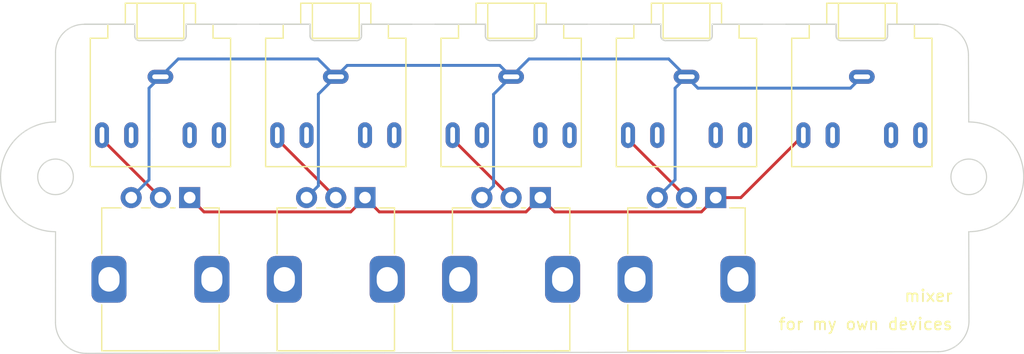
<source format=kicad_pcb>
(kicad_pcb (version 20221018) (generator pcbnew)
  (layers (0 "F.Cu" signal) (31 "B.Cu" signal) (34 "B.Paste" user) (35 "F.Paste" user) (36 "B.SilkS" user "B.Silkscreen") (37 "F.SilkS" user "F.Silkscreen") (38 "B.Mask" user) (39 "F.Mask" user) (44 "Edge.Cuts" user))
  (net 0 "")
  (net 1 "output")
  (net 2 "in_1.in-t")
  (net 3 "ground")
  (net 4 "in_2.in-t")
  (net 5 "in_3.in-t")
  (net 6 "in_4.in-t")
  (net 7 "in_1.in-r")
  (net 8 "in_2.in-r")
  (net 9 "in_3.in-r")
  (net 10 "in_4.in-r")
  (net 11 "out-r")
  (footprint "Connector_Audio:Jack_3.5mm_CUI_SJ1-3525N_Horizontal" (layer "F.Cu") (at 113.366 94.06 180)
    (fp_text reference "U1" hide)
    (fp_text value "")
    (fp_line (start -6 -7.7) (end 6 -7.7) (stroke (width 0.12)) (layer "F.SilkS"))
    (fp_line (start -6 3.3) (end -6 -7.7) (stroke (width 0.12)) (layer "F.SilkS"))
    (fp_line (start -4.5 3.3) (end -6 3.3) (stroke (width 0.12)) (layer "F.SilkS"))
    (fp_line (start -4.5 4.5) (end -4.5 3.3) (stroke (width 0.12)) (layer "F.SilkS"))
    (fp_line (start -3 4.5) (end -4.5 4.5) (stroke (width 0.12)) (layer "F.SilkS"))
    (fp_line (start -3 6.3) (end -3 4.5) (stroke (width 0.12)) (layer "F.SilkS"))
    (fp_line (start -2 3.3) (end -2 6.3) (stroke (width 0.12)) (layer "F.SilkS"))
    (fp_line (start 2 3.3) (end -2 3.3) (stroke (width 0.12)) (layer "F.SilkS"))
    (fp_line (start 2 6.3) (end 2 3.3) (stroke (width 0.12)) (layer "F.SilkS"))
    (fp_line (start 3 4.5) (end 3 6.3) (stroke (width 0.12)) (layer "F.SilkS"))
    (fp_line (start 3 6.3) (end -3 6.3) (stroke (width 0.12)) (layer "F.SilkS"))
    (fp_line (start 4.5 3.3) (end 4.5 4.5) (stroke (width 0.12)) (layer "F.SilkS"))
    (fp_line (start 4.5 4.5) (end 3 4.5) (stroke (width 0.12)) (layer "F.SilkS"))
    (fp_line (start 6 -7.7) (end 6 3.3) (stroke (width 0.12)) (layer "F.SilkS"))
    (fp_line (start 6 3.3) (end 4.5 3.3) (stroke (width 0.12)) (layer "F.SilkS"))
    (fp_line (start -2.2 3.5) (end -2.2 4.5) (stroke (width 0.12)) (layer "Edge.Cuts"))
    (fp_line (start -2.2 4.5) (end -6.5 4.5) (stroke (width 0.12)) (layer "Edge.Cuts"))
    (fp_line (start 1.8 3.1) (end -1.8 3.1) (stroke (width 0.12)) (layer "Edge.Cuts"))
    (fp_line (start 2.2 3.5) (end 2.2 4.5) (stroke (width 0.12)) (layer "Edge.Cuts"))
    (fp_line (start 2.2 4.5) (end 6.5 4.5) (stroke (width 0.12)) (layer "Edge.Cuts"))
    (fp_arc (start -2.2 3.5) (mid -2.082842 3.217158) (end -1.8 3.1) (stroke (width 0.12)) (layer "Edge.Cuts"))
    (fp_arc (start 1.8 3.1) (mid 2.082843 3.217157) (end 2.2 3.5) (stroke (width 0.12)) (layer "Edge.Cuts"))
    (pad "" np_thru_hole circle (at -5 0 180) (size 1.2 1.2) (drill 1.2) (layers "*.Cu"))
    (pad "" np_thru_hole circle (at -5 2.5 180) (size 1.2 1.2) (drill 1.2) (layers "*.Cu"))
    (pad "" np_thru_hole circle (at 0 -5 180) (size 1.2 1.2) (drill 1.2) (layers "*.Cu"))
    (pad "" np_thru_hole circle (at 5 0 180) (size 1.2 1.2) (drill 1.2) (layers "*.Cu"))
    (pad "" np_thru_hole circle (at 5 2.5 180) (size 1.2 1.2) (drill 1.2) (layers "*.Cu"))
    (pad "R" thru_hole oval (at -5 -5 180) (size 1.2 2.2) (drill oval 0.4 1.4) (layers "*.Cu" "*.Mask") (net 7 "in_1.in-r"))
    (pad "RN" thru_hole oval (at -2.5 -5 180) (size 1.2 2.2) (drill oval 0.4 1.4) (layers "*.Cu" "*.Mask"))
    (pad "S" thru_hole oval (at 0 0 180) (size 2.2 1.2) (drill oval 1.4 0.4) (layers "*.Cu" "*.Mask") (net 3 "ground"))
    (pad "T" thru_hole oval (at 5 -5) (size 1.2 2.2) (drill oval 0.4 1.4) (layers "*.Cu" "*.Mask") (net 2 "in_1.in-t"))
    (pad "TN" thru_hole oval (at 2.5 -5) (size 1.2 2.2) (drill oval 0.4 1.4) (layers "*.Cu" "*.Mask"))
  )
  (footprint "Potentiometer_THT:Potentiometer_Alps_RK09K_Single_Vertical" (layer "F.Cu") (at 115.866 104.409 -90)
    (fp_text reference "U2" hide)
    (fp_text value "")
    (fp_line (start 0.88 -2.521) (end 0.88 -1.2) (stroke (width 0.12)) (layer "F.SilkS"))
    (fp_line (start 0.88 -2.521) (end 4.817 -2.521) (stroke (width 0.12)) (layer "F.SilkS"))
    (fp_line (start 0.88 1.25) (end 0.88 1.63) (stroke (width 0.12)) (layer "F.SilkS"))
    (fp_line (start 0.88 3.371) (end 0.88 4.13) (stroke (width 0.12)) (layer "F.SilkS"))
    (fp_line (start 0.88 5.87) (end 0.88 7.52) (stroke (width 0.12)) (layer "F.SilkS"))
    (fp_line (start 0.88 7.52) (end 4.817 7.52) (stroke (width 0.12)) (layer "F.SilkS"))
    (fp_line (start 9.184 -2.521) (end 13.12 -2.521) (stroke (width 0.12)) (layer "F.SilkS"))
    (fp_line (start 9.184 7.52) (end 13.12 7.52) (stroke (width 0.12)) (layer "F.SilkS"))
    (fp_line (start 13.12 -2.521) (end 13.12 7.52) (stroke (width 0.12)) (layer "F.SilkS"))
    (pad "1" thru_hole rect (at 0 0 270) (size 1.8 1.8) (drill 1) (layers "*.Cu" "*.Mask") (net 1 "output"))
    (pad "2" thru_hole circle (at 0 2.5 270) (size 1.8 1.8) (drill 1) (layers "*.Cu" "*.Mask") (net 2 "in_1.in-t"))
    (pad "3" thru_hole circle (at 0 5 270) (size 1.8 1.8) (drill 1) (layers "*.Cu" "*.Mask") (net 3 "ground"))
    (pad "MP" thru_hole roundrect (at 7 -1.9 270) (size 4 3) (drill oval 2.1 1.8) (layers "*.Cu" "*.Mask"))
    (pad "MP" thru_hole roundrect (at 7 6.9 270) (size 4 3) (drill oval 2.1 1.8) (layers "*.Cu" "*.Mask"))
  )
  (footprint "Potentiometer_THT:Potentiometer_Alps_RK09K_Single_Vertical" (layer "F.Cu") (at 160.85775 104.409 -90)
    (fp_text reference "U8" hide)
    (fp_text value "")
    (fp_line (start 0.88 -2.521) (end 0.88 -1.2) (stroke (width 0.12)) (layer "F.SilkS"))
    (fp_line (start 0.88 -2.521) (end 4.817 -2.521) (stroke (width 0.12)) (layer "F.SilkS"))
    (fp_line (start 0.88 1.25) (end 0.88 1.63) (stroke (width 0.12)) (layer "F.SilkS"))
    (fp_line (start 0.88 3.371) (end 0.88 4.13) (stroke (width 0.12)) (layer "F.SilkS"))
    (fp_line (start 0.88 5.87) (end 0.88 7.52) (stroke (width 0.12)) (layer "F.SilkS"))
    (fp_line (start 0.88 7.52) (end 4.817 7.52) (stroke (width 0.12)) (layer "F.SilkS"))
    (fp_line (start 9.184 -2.521) (end 13.12 -2.521) (stroke (width 0.12)) (layer "F.SilkS"))
    (fp_line (start 9.184 7.52) (end 13.12 7.52) (stroke (width 0.12)) (layer "F.SilkS"))
    (fp_line (start 13.12 -2.521) (end 13.12 7.52) (stroke (width 0.12)) (layer "F.SilkS"))
    (pad "1" thru_hole rect (at 0 0 270) (size 1.8 1.8) (drill 1) (layers "*.Cu" "*.Mask") (net 1 "output"))
    (pad "2" thru_hole circle (at 0 2.5 270) (size 1.8 1.8) (drill 1) (layers "*.Cu" "*.Mask") (net 6 "in_4.in-t"))
    (pad "3" thru_hole circle (at 0 5 270) (size 1.8 1.8) (drill 1) (layers "*.Cu" "*.Mask") (net 3 "ground"))
    (pad "MP" thru_hole roundrect (at 7 -1.9 270) (size 4 3) (drill oval 2.1 1.8) (layers "*.Cu" "*.Mask"))
    (pad "MP" thru_hole roundrect (at 7 6.9 270) (size 4 3) (drill oval 2.1 1.8) (layers "*.Cu" "*.Mask"))
  )
  (footprint "Connector_Audio:Jack_3.5mm_CUI_SJ1-3525N_Horizontal" (layer "F.Cu") (at 173.355 94.06 180)
    (fp_text reference "U9" hide)
    (fp_text value "")
    (fp_line (start -6 -7.7) (end 6 -7.7) (stroke (width 0.12)) (layer "F.SilkS"))
    (fp_line (start -6 3.3) (end -6 -7.7) (stroke (width 0.12)) (layer "F.SilkS"))
    (fp_line (start -4.5 3.3) (end -6 3.3) (stroke (width 0.12)) (layer "F.SilkS"))
    (fp_line (start -4.5 4.5) (end -4.5 3.3) (stroke (width 0.12)) (layer "F.SilkS"))
    (fp_line (start -3 4.5) (end -4.5 4.5) (stroke (width 0.12)) (layer "F.SilkS"))
    (fp_line (start -3 6.3) (end -3 4.5) (stroke (width 0.12)) (layer "F.SilkS"))
    (fp_line (start -2 3.3) (end -2 6.3) (stroke (width 0.12)) (layer "F.SilkS"))
    (fp_line (start 2 3.3) (end -2 3.3) (stroke (width 0.12)) (layer "F.SilkS"))
    (fp_line (start 2 6.3) (end 2 3.3) (stroke (width 0.12)) (layer "F.SilkS"))
    (fp_line (start 3 4.5) (end 3 6.3) (stroke (width 0.12)) (layer "F.SilkS"))
    (fp_line (start 3 6.3) (end -3 6.3) (stroke (width 0.12)) (layer "F.SilkS"))
    (fp_line (start 4.5 3.3) (end 4.5 4.5) (stroke (width 0.12)) (layer "F.SilkS"))
    (fp_line (start 4.5 4.5) (end 3 4.5) (stroke (width 0.12)) (layer "F.SilkS"))
    (fp_line (start 6 -7.7) (end 6 3.3) (stroke (width 0.12)) (layer "F.SilkS"))
    (fp_line (start 6 3.3) (end 4.5 3.3) (stroke (width 0.12)) (layer "F.SilkS"))
    (fp_line (start -2.2 3.5) (end -2.2 4.5) (stroke (width 0.12)) (layer "Edge.Cuts"))
    (fp_line (start -2.2 4.5) (end -6.5 4.5) (stroke (width 0.12)) (layer "Edge.Cuts"))
    (fp_line (start 1.8 3.1) (end -1.8 3.1) (stroke (width 0.12)) (layer "Edge.Cuts"))
    (fp_line (start 2.2 3.5) (end 2.2 4.5) (stroke (width 0.12)) (layer "Edge.Cuts"))
    (fp_line (start 2.2 4.5) (end 6.5 4.5) (stroke (width 0.12)) (layer "Edge.Cuts"))
    (fp_arc (start -2.2 3.5) (mid -2.082842 3.217158) (end -1.8 3.1) (stroke (width 0.12)) (layer "Edge.Cuts"))
    (fp_arc (start 1.8 3.1) (mid 2.082843 3.217157) (end 2.2 3.5) (stroke (width 0.12)) (layer "Edge.Cuts"))
    (pad "" np_thru_hole circle (at -5 0 180) (size 1.2 1.2) (drill 1.2) (layers "*.Cu"))
    (pad "" np_thru_hole circle (at -5 2.5 180) (size 1.2 1.2) (drill 1.2) (layers "*.Cu"))
    (pad "" np_thru_hole circle (at 0 -5 180) (size 1.2 1.2) (drill 1.2) (layers "*.Cu"))
    (pad "" np_thru_hole circle (at 5 0 180) (size 1.2 1.2) (drill 1.2) (layers "*.Cu"))
    (pad "" np_thru_hole circle (at 5 2.5 180) (size 1.2 1.2) (drill 1.2) (layers "*.Cu"))
    (pad "R" thru_hole oval (at -5 -5 180) (size 1.2 2.2) (drill oval 0.4 1.4) (layers "*.Cu" "*.Mask") (net 11 "out-r"))
    (pad "RN" thru_hole oval (at -2.5 -5 180) (size 1.2 2.2) (drill oval 0.4 1.4) (layers "*.Cu" "*.Mask"))
    (pad "S" thru_hole oval (at 0 0 180) (size 2.2 1.2) (drill oval 1.4 0.4) (layers "*.Cu" "*.Mask") (net 3 "ground"))
    (pad "T" thru_hole oval (at 5 -5) (size 1.2 2.2) (drill oval 0.4 1.4) (layers "*.Cu" "*.Mask") (net 1 "output"))
    (pad "TN" thru_hole oval (at 2.5 -5) (size 1.2 2.2) (drill oval 0.4 1.4) (layers "*.Cu" "*.Mask"))
  )
  (footprint "Connector_Audio:Jack_3.5mm_CUI_SJ1-3525N_Horizontal" (layer "F.Cu") (at 128.36325 94.06 180)
    (fp_text reference "U3" hide)
    (fp_text value "")
    (fp_line (start -6 -7.7) (end 6 -7.7) (stroke (width 0.12)) (layer "F.SilkS"))
    (fp_line (start -6 3.3) (end -6 -7.7) (stroke (width 0.12)) (layer "F.SilkS"))
    (fp_line (start -4.5 3.3) (end -6 3.3) (stroke (width 0.12)) (layer "F.SilkS"))
    (fp_line (start -4.5 4.5) (end -4.5 3.3) (stroke (width 0.12)) (layer "F.SilkS"))
    (fp_line (start -3 4.5) (end -4.5 4.5) (stroke (width 0.12)) (layer "F.SilkS"))
    (fp_line (start -3 6.3) (end -3 4.5) (stroke (width 0.12)) (layer "F.SilkS"))
    (fp_line (start -2 3.3) (end -2 6.3) (stroke (width 0.12)) (layer "F.SilkS"))
    (fp_line (start 2 3.3) (end -2 3.3) (stroke (width 0.12)) (layer "F.SilkS"))
    (fp_line (start 2 6.3) (end 2 3.3) (stroke (width 0.12)) (layer "F.SilkS"))
    (fp_line (start 3 4.5) (end 3 6.3) (stroke (width 0.12)) (layer "F.SilkS"))
    (fp_line (start 3 6.3) (end -3 6.3) (stroke (width 0.12)) (layer "F.SilkS"))
    (fp_line (start 4.5 3.3) (end 4.5 4.5) (stroke (width 0.12)) (layer "F.SilkS"))
    (fp_line (start 4.5 4.5) (end 3 4.5) (stroke (width 0.12)) (layer "F.SilkS"))
    (fp_line (start 6 -7.7) (end 6 3.3) (stroke (width 0.12)) (layer "F.SilkS"))
    (fp_line (start 6 3.3) (end 4.5 3.3) (stroke (width 0.12)) (layer "F.SilkS"))
    (fp_line (start -2.2 3.5) (end -2.2 4.5) (stroke (width 0.12)) (layer "Edge.Cuts"))
    (fp_line (start -2.2 4.5) (end -6.5 4.5) (stroke (width 0.12)) (layer "Edge.Cuts"))
    (fp_line (start 1.8 3.1) (end -1.8 3.1) (stroke (width 0.12)) (layer "Edge.Cuts"))
    (fp_line (start 2.2 3.5) (end 2.2 4.5) (stroke (width 0.12)) (layer "Edge.Cuts"))
    (fp_line (start 2.2 4.5) (end 6.5 4.5) (stroke (width 0.12)) (layer "Edge.Cuts"))
    (fp_arc (start -2.2 3.5) (mid -2.082842 3.217158) (end -1.8 3.1) (stroke (width 0.12)) (layer "Edge.Cuts"))
    (fp_arc (start 1.8 3.1) (mid 2.082843 3.217157) (end 2.2 3.5) (stroke (width 0.12)) (layer "Edge.Cuts"))
    (pad "" np_thru_hole circle (at -5 0 180) (size 1.2 1.2) (drill 1.2) (layers "*.Cu"))
    (pad "" np_thru_hole circle (at -5 2.5 180) (size 1.2 1.2) (drill 1.2) (layers "*.Cu"))
    (pad "" np_thru_hole circle (at 0 -5 180) (size 1.2 1.2) (drill 1.2) (layers "*.Cu"))
    (pad "" np_thru_hole circle (at 5 0 180) (size 1.2 1.2) (drill 1.2) (layers "*.Cu"))
    (pad "" np_thru_hole circle (at 5 2.5 180) (size 1.2 1.2) (drill 1.2) (layers "*.Cu"))
    (pad "R" thru_hole oval (at -5 -5 180) (size 1.2 2.2) (drill oval 0.4 1.4) (layers "*.Cu" "*.Mask") (net 8 "in_2.in-r"))
    (pad "RN" thru_hole oval (at -2.5 -5 180) (size 1.2 2.2) (drill oval 0.4 1.4) (layers "*.Cu" "*.Mask"))
    (pad "S" thru_hole oval (at 0 0 180) (size 2.2 1.2) (drill oval 1.4 0.4) (layers "*.Cu" "*.Mask") (net 3 "ground"))
    (pad "T" thru_hole oval (at 5 -5) (size 1.2 2.2) (drill oval 0.4 1.4) (layers "*.Cu" "*.Mask") (net 4 "in_2.in-t"))
    (pad "TN" thru_hole oval (at 2.5 -5) (size 1.2 2.2) (drill oval 0.4 1.4) (layers "*.Cu" "*.Mask"))
  )
  (footprint "Connector_Audio:Jack_3.5mm_CUI_SJ1-3525N_Horizontal" (layer "F.Cu") (at 143.3605 94.06 180)
    (fp_text reference "U5" hide)
    (fp_text value "")
    (fp_line (start -6 -7.7) (end 6 -7.7) (stroke (width 0.12)) (layer "F.SilkS"))
    (fp_line (start -6 3.3) (end -6 -7.7) (stroke (width 0.12)) (layer "F.SilkS"))
    (fp_line (start -4.5 3.3) (end -6 3.3) (stroke (width 0.12)) (layer "F.SilkS"))
    (fp_line (start -4.5 4.5) (end -4.5 3.3) (stroke (width 0.12)) (layer "F.SilkS"))
    (fp_line (start -3 4.5) (end -4.5 4.5) (stroke (width 0.12)) (layer "F.SilkS"))
    (fp_line (start -3 6.3) (end -3 4.5) (stroke (width 0.12)) (layer "F.SilkS"))
    (fp_line (start -2 3.3) (end -2 6.3) (stroke (width 0.12)) (layer "F.SilkS"))
    (fp_line (start 2 3.3) (end -2 3.3) (stroke (width 0.12)) (layer "F.SilkS"))
    (fp_line (start 2 6.3) (end 2 3.3) (stroke (width 0.12)) (layer "F.SilkS"))
    (fp_line (start 3 4.5) (end 3 6.3) (stroke (width 0.12)) (layer "F.SilkS"))
    (fp_line (start 3 6.3) (end -3 6.3) (stroke (width 0.12)) (layer "F.SilkS"))
    (fp_line (start 4.5 3.3) (end 4.5 4.5) (stroke (width 0.12)) (layer "F.SilkS"))
    (fp_line (start 4.5 4.5) (end 3 4.5) (stroke (width 0.12)) (layer "F.SilkS"))
    (fp_line (start 6 -7.7) (end 6 3.3) (stroke (width 0.12)) (layer "F.SilkS"))
    (fp_line (start 6 3.3) (end 4.5 3.3) (stroke (width 0.12)) (layer "F.SilkS"))
    (fp_line (start -2.2 3.5) (end -2.2 4.5) (stroke (width 0.12)) (layer "Edge.Cuts"))
    (fp_line (start -2.2 4.5) (end -6.5 4.5) (stroke (width 0.12)) (layer "Edge.Cuts"))
    (fp_line (start 1.8 3.1) (end -1.8 3.1) (stroke (width 0.12)) (layer "Edge.Cuts"))
    (fp_line (start 2.2 3.5) (end 2.2 4.5) (stroke (width 0.12)) (layer "Edge.Cuts"))
    (fp_line (start 2.2 4.5) (end 6.5 4.5) (stroke (width 0.12)) (layer "Edge.Cuts"))
    (fp_arc (start -2.2 3.5) (mid -2.082842 3.217158) (end -1.8 3.1) (stroke (width 0.12)) (layer "Edge.Cuts"))
    (fp_arc (start 1.8 3.1) (mid 2.082843 3.217157) (end 2.2 3.5) (stroke (width 0.12)) (layer "Edge.Cuts"))
    (pad "" np_thru_hole circle (at -5 0 180) (size 1.2 1.2) (drill 1.2) (layers "*.Cu"))
    (pad "" np_thru_hole circle (at -5 2.5 180) (size 1.2 1.2) (drill 1.2) (layers "*.Cu"))
    (pad "" np_thru_hole circle (at 0 -5 180) (size 1.2 1.2) (drill 1.2) (layers "*.Cu"))
    (pad "" np_thru_hole circle (at 5 0 180) (size 1.2 1.2) (drill 1.2) (layers "*.Cu"))
    (pad "" np_thru_hole circle (at 5 2.5 180) (size 1.2 1.2) (drill 1.2) (layers "*.Cu"))
    (pad "R" thru_hole oval (at -5 -5 180) (size 1.2 2.2) (drill oval 0.4 1.4) (layers "*.Cu" "*.Mask") (net 9 "in_3.in-r"))
    (pad "RN" thru_hole oval (at -2.5 -5 180) (size 1.2 2.2) (drill oval 0.4 1.4) (layers "*.Cu" "*.Mask"))
    (pad "S" thru_hole oval (at 0 0 180) (size 2.2 1.2) (drill oval 1.4 0.4) (layers "*.Cu" "*.Mask") (net 3 "ground"))
    (pad "T" thru_hole oval (at 5 -5) (size 1.2 2.2) (drill oval 0.4 1.4) (layers "*.Cu" "*.Mask") (net 5 "in_3.in-t"))
    (pad "TN" thru_hole oval (at 2.5 -5) (size 1.2 2.2) (drill oval 0.4 1.4) (layers "*.Cu" "*.Mask"))
  )
  (footprint "Potentiometer_THT:Potentiometer_Alps_RK09K_Single_Vertical" (layer "F.Cu") (at 130.863249 104.409 -90)
    (fp_text reference "U4" hide)
    (fp_text value "")
    (fp_line (start 0.88 -2.521) (end 0.88 -1.2) (stroke (width 0.12)) (layer "F.SilkS"))
    (fp_line (start 0.88 -2.521) (end 4.817 -2.521) (stroke (width 0.12)) (layer "F.SilkS"))
    (fp_line (start 0.88 1.25) (end 0.88 1.63) (stroke (width 0.12)) (layer "F.SilkS"))
    (fp_line (start 0.88 3.371) (end 0.88 4.13) (stroke (width 0.12)) (layer "F.SilkS"))
    (fp_line (start 0.88 5.87) (end 0.88 7.52) (stroke (width 0.12)) (layer "F.SilkS"))
    (fp_line (start 0.88 7.52) (end 4.817 7.52) (stroke (width 0.12)) (layer "F.SilkS"))
    (fp_line (start 9.184 -2.521) (end 13.12 -2.521) (stroke (width 0.12)) (layer "F.SilkS"))
    (fp_line (start 9.184 7.52) (end 13.12 7.52) (stroke (width 0.12)) (layer "F.SilkS"))
    (fp_line (start 13.12 -2.521) (end 13.12 7.52) (stroke (width 0.12)) (layer "F.SilkS"))
    (pad "1" thru_hole rect (at 0 0 270) (size 1.8 1.8) (drill 1) (layers "*.Cu" "*.Mask") (net 1 "output"))
    (pad "2" thru_hole circle (at 0 2.5 270) (size 1.8 1.8) (drill 1) (layers "*.Cu" "*.Mask") (net 4 "in_2.in-t"))
    (pad "3" thru_hole circle (at 0 5 270) (size 1.8 1.8) (drill 1) (layers "*.Cu" "*.Mask") (net 3 "ground"))
    (pad "MP" thru_hole roundrect (at 7 -1.9 270) (size 4 3) (drill oval 2.1 1.8) (layers "*.Cu" "*.Mask"))
    (pad "MP" thru_hole roundrect (at 7 6.9 270) (size 4 3) (drill oval 2.1 1.8) (layers "*.Cu" "*.Mask"))
  )
  (footprint "Potentiometer_THT:Potentiometer_Alps_RK09K_Single_Vertical" (layer "F.Cu") (at 145.8605 104.409 -90)
    (fp_text reference "U6" hide)
    (fp_text value "")
    (fp_line (start 0.88 -2.521) (end 0.88 -1.2) (stroke (width 0.12)) (layer "F.SilkS"))
    (fp_line (start 0.88 -2.521) (end 4.817 -2.521) (stroke (width 0.12)) (layer "F.SilkS"))
    (fp_line (start 0.88 1.25) (end 0.88 1.63) (stroke (width 0.12)) (layer "F.SilkS"))
    (fp_line (start 0.88 3.371) (end 0.88 4.13) (stroke (width 0.12)) (layer "F.SilkS"))
    (fp_line (start 0.88 5.87) (end 0.88 7.52) (stroke (width 0.12)) (layer "F.SilkS"))
    (fp_line (start 0.88 7.52) (end 4.817 7.52) (stroke (width 0.12)) (layer "F.SilkS"))
    (fp_line (start 9.184 -2.521) (end 13.12 -2.521) (stroke (width 0.12)) (layer "F.SilkS"))
    (fp_line (start 9.184 7.52) (end 13.12 7.52) (stroke (width 0.12)) (layer "F.SilkS"))
    (fp_line (start 13.12 -2.521) (end 13.12 7.52) (stroke (width 0.12)) (layer "F.SilkS"))
    (pad "1" thru_hole rect (at 0 0 270) (size 1.8 1.8) (drill 1) (layers "*.Cu" "*.Mask") (net 1 "output"))
    (pad "2" thru_hole circle (at 0 2.5 270) (size 1.8 1.8) (drill 1) (layers "*.Cu" "*.Mask") (net 5 "in_3.in-t"))
    (pad "3" thru_hole circle (at 0 5 270) (size 1.8 1.8) (drill 1) (layers "*.Cu" "*.Mask") (net 3 "ground"))
    (pad "MP" thru_hole roundrect (at 7 -1.9 270) (size 4 3) (drill oval 2.1 1.8) (layers "*.Cu" "*.Mask"))
    (pad "MP" thru_hole roundrect (at 7 6.9 270) (size 4 3) (drill oval 2.1 1.8) (layers "*.Cu" "*.Mask"))
  )
  (footprint "Connector_Audio:Jack_3.5mm_CUI_SJ1-3525N_Horizontal" (layer "F.Cu") (at 158.35775 94.06 180)
    (fp_text reference "U7" hide)
    (fp_text value "")
    (fp_line (start -6 -7.7) (end 6 -7.7) (stroke (width 0.12)) (layer "F.SilkS"))
    (fp_line (start -6 3.3) (end -6 -7.7) (stroke (width 0.12)) (layer "F.SilkS"))
    (fp_line (start -4.5 3.3) (end -6 3.3) (stroke (width 0.12)) (layer "F.SilkS"))
    (fp_line (start -4.5 4.5) (end -4.5 3.3) (stroke (width 0.12)) (layer "F.SilkS"))
    (fp_line (start -3 4.5) (end -4.5 4.5) (stroke (width 0.12)) (layer "F.SilkS"))
    (fp_line (start -3 6.3) (end -3 4.5) (stroke (width 0.12)) (layer "F.SilkS"))
    (fp_line (start -2 3.3) (end -2 6.3) (stroke (width 0.12)) (layer "F.SilkS"))
    (fp_line (start 2 3.3) (end -2 3.3) (stroke (width 0.12)) (layer "F.SilkS"))
    (fp_line (start 2 6.3) (end 2 3.3) (stroke (width 0.12)) (layer "F.SilkS"))
    (fp_line (start 3 4.5) (end 3 6.3) (stroke (width 0.12)) (layer "F.SilkS"))
    (fp_line (start 3 6.3) (end -3 6.3) (stroke (width 0.12)) (layer "F.SilkS"))
    (fp_line (start 4.5 3.3) (end 4.5 4.5) (stroke (width 0.12)) (layer "F.SilkS"))
    (fp_line (start 4.5 4.5) (end 3 4.5) (stroke (width 0.12)) (layer "F.SilkS"))
    (fp_line (start 6 -7.7) (end 6 3.3) (stroke (width 0.12)) (layer "F.SilkS"))
    (fp_line (start 6 3.3) (end 4.5 3.3) (stroke (width 0.12)) (layer "F.SilkS"))
    (fp_line (start -2.2 3.5) (end -2.2 4.5) (stroke (width 0.12)) (layer "Edge.Cuts"))
    (fp_line (start -2.2 4.5) (end -6.5 4.5) (stroke (width 0.12)) (layer "Edge.Cuts"))
    (fp_line (start 1.8 3.1) (end -1.8 3.1) (stroke (width 0.12)) (layer "Edge.Cuts"))
    (fp_line (start 2.2 3.5) (end 2.2 4.5) (stroke (width 0.12)) (layer "Edge.Cuts"))
    (fp_line (start 2.2 4.5) (end 6.5 4.5) (stroke (width 0.12)) (layer "Edge.Cuts"))
    (fp_arc (start -2.2 3.5) (mid -2.082842 3.217158) (end -1.8 3.1) (stroke (width 0.12)) (layer "Edge.Cuts"))
    (fp_arc (start 1.8 3.1) (mid 2.082843 3.217157) (end 2.2 3.5) (stroke (width 0.12)) (layer "Edge.Cuts"))
    (pad "" np_thru_hole circle (at -5 0 180) (size 1.2 1.2) (drill 1.2) (layers "*.Cu"))
    (pad "" np_thru_hole circle (at -5 2.5 180) (size 1.2 1.2) (drill 1.2) (layers "*.Cu"))
    (pad "" np_thru_hole circle (at 0 -5 180) (size 1.2 1.2) (drill 1.2) (layers "*.Cu"))
    (pad "" np_thru_hole circle (at 5 0 180) (size 1.2 1.2) (drill 1.2) (layers "*.Cu"))
    (pad "" np_thru_hole circle (at 5 2.5 180) (size 1.2 1.2) (drill 1.2) (layers "*.Cu"))
    (pad "R" thru_hole oval (at -5 -5 180) (size 1.2 2.2) (drill oval 0.4 1.4) (layers "*.Cu" "*.Mask") (net 10 "in_4.in-r"))
    (pad "RN" thru_hole oval (at -2.5 -5 180) (size 1.2 2.2) (drill oval 0.4 1.4) (layers "*.Cu" "*.Mask"))
    (pad "S" thru_hole oval (at 0 0 180) (size 2.2 1.2) (drill oval 1.4 0.4) (layers "*.Cu" "*.Mask") (net 3 "ground"))
    (pad "T" thru_hole oval (at 5 -5) (size 1.2 2.2) (drill oval 0.4 1.4) (layers "*.Cu" "*.Mask") (net 6 "in_4.in-t"))
    (pad "TN" thru_hole oval (at 2.5 -5) (size 1.2 2.2) (drill oval 0.4 1.4) (layers "*.Cu" "*.Mask"))
  )
  (gr_line (start 104.394 107.33) (end 104.390261 115.106903) (stroke (width 0.1)) (layer "Edge.Cuts"))
  (gr_line (start 149.8605 89.56) (end 151.85775 89.56) (stroke (width 0.1)) (layer "Edge.Cuts"))
  (gr_arc (start 104.394 107.33) (mid 99.695 102.631) (end 104.394 97.932) (stroke (width 0.1)) (layer "Edge.Cuts"))
  (gr_line (start 164.85775 89.56) (end 166.855 89.56) (stroke (width 0.1)) (layer "Edge.Cuts"))
  (gr_arc (start 179.855 89.56) (mid 181.708361 90.341903) (end 182.4741 92.202) (stroke (width 0.1)) (layer "Edge.Cuts"))
  (gr_line (start 107.009361 117.748903) (end 179.876903 117.605739) (stroke (width 0.1)) (layer "Edge.Cuts"))
  (gr_circle (center 182.499 102.631) (end 184.023 102.631) (stroke (width 0.1)) (fill none) (layer "Edge.Cuts"))
  (gr_line (start 134.86325 89.56) (end 136.8605 89.56) (stroke (width 0.1)) (layer "Edge.Cuts"))
  (gr_arc (start 107.009361 117.748903) (mid 105.156 116.967) (end 104.390261 115.106903) (stroke (width 0.1)) (layer "Edge.Cuts"))
  (gr_line (start 119.866 89.56) (end 121.86325 89.56) (stroke (width 0.1)) (layer "Edge.Cuts"))
  (gr_line (start 182.4741 92.202) (end 182.499 97.932) (stroke (width 0.1)) (layer "Edge.Cuts"))
  (gr_arc (start 182.518903 114.986639) (mid 181.737 116.84) (end 179.876903 117.605739) (stroke (width 0.1)) (layer "Edge.Cuts"))
  (gr_arc (start 182.499 97.932) (mid 187.198 102.631) (end 182.499 107.33) (stroke (width 0.1)) (layer "Edge.Cuts"))
  (gr_line (start 104.394 97.932) (end 104.394001 91.948) (stroke (width 0.1)) (layer "Edge.Cuts"))
  (gr_arc (start 104.394001 91.948) (mid 105.134828 90.244708) (end 106.865743 89.570939) (stroke (width 0.1)) (layer "Edge.Cuts"))
  (gr_circle (center 104.394 102.631) (end 105.918 102.631) (stroke (width 0.1)) (fill none) (layer "Edge.Cuts"))
  (gr_line (start 182.499 107.33) (end 182.518903 114.986639) (stroke (width 0.1)) (layer "Edge.Cuts"))
  (gr_text "mixer" (at 176.911 113.411) (layer "F.SilkS") (effects (font (size 1 1)) (justify left bottom)))
  (gr_text "for my own devices" (at 166.149093 115.824) (layer "F.SilkS") (effects (font (size 1 1)) (justify left bottom)))
  (segment (start 145.8605 104.409) (end 144.6355 105.634) (width 0.25) (layer "F.Cu") (net 1))
  (segment (start 144.6355 105.634) (end 132.088249 105.634) (width 0.25) (layer "F.Cu") (net 1))
  (segment (start 117.091 105.634) (end 115.866 104.409) (width 0.25) (layer "F.Cu") (net 1))
  (segment (start 147.0855 105.634) (end 145.8605 104.409) (width 0.25) (layer "F.Cu") (net 1))
  (segment (start 132.088249 105.634) (end 130.863249 104.409) (width 0.25) (layer "F.Cu") (net 1))
  (segment (start 163.006 104.409) (end 168.355 99.06) (width 0.25) (layer "F.Cu") (net 1))
  (segment (start 129.638249 105.634) (end 117.091 105.634) (width 0.25) (layer "F.Cu") (net 1))
  (segment (start 160.85775 104.409) (end 163.006 104.409) (width 0.25) (layer "F.Cu") (net 1))
  (segment (start 159.63275 105.634) (end 147.0855 105.634) (width 0.25) (layer "F.Cu") (net 1))
  (segment (start 160.85775 104.409) (end 159.63275 105.634) (width 0.25) (layer "F.Cu") (net 1))
  (segment (start 130.863249 104.409) (end 129.638249 105.634) (width 0.25) (layer "F.Cu") (net 1))
  (segment (start 108.366 99.409) (end 108.366 99.06) (width 0.25) (layer "F.Cu") (net 2))
  (segment (start 113.366 104.409) (end 108.366 99.409) (width 0.25) (layer "F.Cu") (net 2))
  (segment (start 126.873 103.399249) (end 125.863249 104.409) (width 0.25) (layer "B.Cu") (net 3))
  (segment (start 141.859 103.4105) (end 140.8605 104.409) (width 0.25) (layer "B.Cu") (net 3))
  (segment (start 114.891 92.535) (end 113.366 94.06) (width 0.25) (layer "B.Cu") (net 3))
  (segment (start 128.36325 94.06) (end 126.83825 92.535) (width 0.25) (layer "B.Cu") (net 3))
  (segment (start 159.33275 95.035) (end 158.35775 94.06) (width 0.25) (layer "B.Cu") (net 3))
  (segment (start 158.35775 94.06) (end 157.38275 95.035) (width 0.25) (layer "B.Cu") (net 3))
  (segment (start 112.391 102.884) (end 110.866 104.409) (width 0.25) (layer "B.Cu") (net 3))
  (segment (start 113.366 94.06) (end 112.391 95.035) (width 0.25) (layer "B.Cu") (net 3))
  (segment (start 143.3605 94.06) (end 142.3855 93.085) (width 0.25) (layer "B.Cu") (net 3))
  (segment (start 128.36325 94.06) (end 126.873 95.55025) (width 0.25) (layer "B.Cu") (net 3))
  (segment (start 144.8855 92.535) (end 143.3605 94.06) (width 0.25) (layer "B.Cu") (net 3))
  (segment (start 112.391 95.035) (end 112.391 102.884) (width 0.25) (layer "B.Cu") (net 3))
  (segment (start 157.38275 95.035) (end 157.38275 102.884) (width 0.25) (layer "B.Cu") (net 3))
  (segment (start 172.38 95.035) (end 159.33275 95.035) (width 0.25) (layer "B.Cu") (net 3))
  (segment (start 129.33825 93.085) (end 128.36325 94.06) (width 0.25) (layer "B.Cu") (net 3))
  (segment (start 156.83275 92.535) (end 144.8855 92.535) (width 0.25) (layer "B.Cu") (net 3))
  (segment (start 173.355 94.06) (end 172.38 95.035) (width 0.25) (layer "B.Cu") (net 3))
  (segment (start 157.38275 102.884) (end 155.85775 104.409) (width 0.25) (layer "B.Cu") (net 3))
  (segment (start 143.3605 94.06) (end 141.859 95.5615) (width 0.25) (layer "B.Cu") (net 3))
  (segment (start 126.83825 92.535) (end 114.891 92.535) (width 0.25) (layer "B.Cu") (net 3))
  (segment (start 158.35775 94.06) (end 156.83275 92.535) (width 0.25) (layer "B.Cu") (net 3))
  (segment (start 141.859 95.5615) (end 141.859 103.4105) (width 0.25) (layer "B.Cu") (net 3))
  (segment (start 142.3855 93.085) (end 129.33825 93.085) (width 0.25) (layer "B.Cu") (net 3))
  (segment (start 126.873 95.55025) (end 126.873 103.399249) (width 0.25) (layer "B.Cu") (net 3))
  (segment (start 123.36325 99.409001) (end 123.36325 99.06) (width 0.25) (layer "F.Cu") (net 4))
  (segment (start 128.363249 104.409) (end 123.36325 99.409001) (width 0.25) (layer "F.Cu") (net 4))
  (segment (start 138.3605 99.409) (end 138.3605 99.06) (width 0.25) (layer "F.Cu") (net 5))
  (segment (start 143.3605 104.409) (end 138.3605 99.409) (width 0.25) (layer "F.Cu") (net 5))
  (segment (start 158.35775 104.409) (end 153.35775 99.409) (width 0.25) (layer "F.Cu") (net 6))
  (segment (start 153.35775 99.409) (end 153.35775 99.06) (width 0.25) (layer "F.Cu") (net 6))
)
</source>
